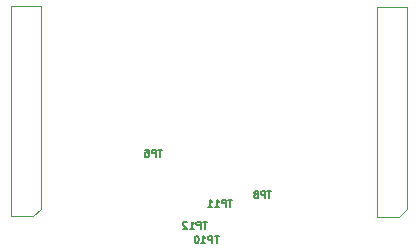
<source format=gbr>
G04 #@! TF.GenerationSoftware,KiCad,Pcbnew,(5.1.8)-1*
G04 #@! TF.CreationDate,2021-01-12T15:50:27+01:00*
G04 #@! TF.ProjectId,pcb-LR1110,7063622d-4c52-4313-9131-302e6b696361,1.1*
G04 #@! TF.SameCoordinates,PX8f0d180PY5f5e100*
G04 #@! TF.FileFunction,Other,Fab,Bot*
%FSLAX46Y46*%
G04 Gerber Fmt 4.6, Leading zero omitted, Abs format (unit mm)*
G04 Created by KiCad (PCBNEW (5.1.8)-1) date 2021-01-12 15:50:27*
%MOMM*%
%LPD*%
G01*
G04 APERTURE LIST*
%ADD10C,0.100000*%
%ADD11C,0.150000*%
%ADD12C,0.180000*%
G04 APERTURE END LIST*
D10*
X-16770000Y-8770000D02*
X-14865000Y-8770000D01*
X-14865000Y-8770000D02*
X-14230000Y-8135000D01*
X-14230000Y-8135000D02*
X-14230000Y9010000D01*
X-14230000Y9010000D02*
X-16770000Y9010000D01*
X-16770000Y9010000D02*
X-16770000Y-8770000D01*
X14230000Y8970000D02*
X14230000Y-8810000D01*
X16770000Y8970000D02*
X14230000Y8970000D01*
X16770000Y-8175000D02*
X16770000Y8970000D01*
X16135000Y-8810000D02*
X16770000Y-8175000D01*
X14230000Y-8810000D02*
X16135000Y-8810000D01*
D11*
X-3942858Y-3141428D02*
X-4285715Y-3141428D01*
X-4114286Y-3741428D02*
X-4114286Y-3141428D01*
X-4485715Y-3741428D02*
X-4485715Y-3141428D01*
X-4714286Y-3141428D01*
X-4771429Y-3170000D01*
X-4800000Y-3198571D01*
X-4828572Y-3255714D01*
X-4828572Y-3341428D01*
X-4800000Y-3398571D01*
X-4771429Y-3427142D01*
X-4714286Y-3455714D01*
X-4485715Y-3455714D01*
X-5342858Y-3141428D02*
X-5228572Y-3141428D01*
X-5171429Y-3170000D01*
X-5142858Y-3198571D01*
X-5085715Y-3284285D01*
X-5057143Y-3398571D01*
X-5057143Y-3627142D01*
X-5085715Y-3684285D01*
X-5114286Y-3712857D01*
X-5171429Y-3741428D01*
X-5285715Y-3741428D01*
X-5342858Y-3712857D01*
X-5371429Y-3684285D01*
X-5400000Y-3627142D01*
X-5400000Y-3484285D01*
X-5371429Y-3427142D01*
X-5342858Y-3398571D01*
X-5285715Y-3370000D01*
X-5171429Y-3370000D01*
X-5114286Y-3398571D01*
X-5085715Y-3427142D01*
X-5057143Y-3484285D01*
D12*
D11*
X5316142Y-6639428D02*
X4973285Y-6639428D01*
X5144714Y-7239428D02*
X5144714Y-6639428D01*
X4773285Y-7239428D02*
X4773285Y-6639428D01*
X4544714Y-6639428D01*
X4487571Y-6668000D01*
X4459000Y-6696571D01*
X4430428Y-6753714D01*
X4430428Y-6839428D01*
X4459000Y-6896571D01*
X4487571Y-6925142D01*
X4544714Y-6953714D01*
X4773285Y-6953714D01*
X4087571Y-6896571D02*
X4144714Y-6868000D01*
X4173285Y-6839428D01*
X4201857Y-6782285D01*
X4201857Y-6753714D01*
X4173285Y-6696571D01*
X4144714Y-6668000D01*
X4087571Y-6639428D01*
X3973285Y-6639428D01*
X3916142Y-6668000D01*
X3887571Y-6696571D01*
X3859000Y-6753714D01*
X3859000Y-6782285D01*
X3887571Y-6839428D01*
X3916142Y-6868000D01*
X3973285Y-6896571D01*
X4087571Y-6896571D01*
X4144714Y-6925142D01*
X4173285Y-6953714D01*
X4201857Y-7010857D01*
X4201857Y-7125142D01*
X4173285Y-7182285D01*
X4144714Y-7210857D01*
X4087571Y-7239428D01*
X3973285Y-7239428D01*
X3916142Y-7210857D01*
X3887571Y-7182285D01*
X3859000Y-7125142D01*
X3859000Y-7010857D01*
X3887571Y-6953714D01*
X3916142Y-6925142D01*
X3973285Y-6896571D01*
D12*
D11*
X842857Y-10446428D02*
X500000Y-10446428D01*
X671428Y-11046428D02*
X671428Y-10446428D01*
X300000Y-11046428D02*
X300000Y-10446428D01*
X71428Y-10446428D01*
X14285Y-10475000D01*
X-14286Y-10503571D01*
X-42858Y-10560714D01*
X-42858Y-10646428D01*
X-14286Y-10703571D01*
X14285Y-10732142D01*
X71428Y-10760714D01*
X300000Y-10760714D01*
X-614286Y-11046428D02*
X-271429Y-11046428D01*
X-442858Y-11046428D02*
X-442858Y-10446428D01*
X-385715Y-10532142D01*
X-328572Y-10589285D01*
X-271429Y-10617857D01*
X-985715Y-10446428D02*
X-1042858Y-10446428D01*
X-1100000Y-10475000D01*
X-1128572Y-10503571D01*
X-1157143Y-10560714D01*
X-1185715Y-10675000D01*
X-1185715Y-10817857D01*
X-1157143Y-10932142D01*
X-1128572Y-10989285D01*
X-1100000Y-11017857D01*
X-1042858Y-11046428D01*
X-985715Y-11046428D01*
X-928572Y-11017857D01*
X-900000Y-10989285D01*
X-871429Y-10932142D01*
X-842858Y-10817857D01*
X-842858Y-10675000D01*
X-871429Y-10560714D01*
X-900000Y-10503571D01*
X-928572Y-10475000D01*
X-985715Y-10446428D01*
D12*
D11*
X2010857Y-7369428D02*
X1668000Y-7369428D01*
X1839428Y-7969428D02*
X1839428Y-7369428D01*
X1468000Y-7969428D02*
X1468000Y-7369428D01*
X1239428Y-7369428D01*
X1182285Y-7398000D01*
X1153714Y-7426571D01*
X1125142Y-7483714D01*
X1125142Y-7569428D01*
X1153714Y-7626571D01*
X1182285Y-7655142D01*
X1239428Y-7683714D01*
X1468000Y-7683714D01*
X553714Y-7969428D02*
X896571Y-7969428D01*
X725142Y-7969428D02*
X725142Y-7369428D01*
X782285Y-7455142D01*
X839428Y-7512285D01*
X896571Y-7540857D01*
X-17715Y-7969428D02*
X325142Y-7969428D01*
X153714Y-7969428D02*
X153714Y-7369428D01*
X210857Y-7455142D01*
X268000Y-7512285D01*
X325142Y-7540857D01*
D12*
D11*
X-142143Y-9225428D02*
X-485000Y-9225428D01*
X-313572Y-9825428D02*
X-313572Y-9225428D01*
X-685000Y-9825428D02*
X-685000Y-9225428D01*
X-913572Y-9225428D01*
X-970715Y-9254000D01*
X-999286Y-9282571D01*
X-1027858Y-9339714D01*
X-1027858Y-9425428D01*
X-999286Y-9482571D01*
X-970715Y-9511142D01*
X-913572Y-9539714D01*
X-685000Y-9539714D01*
X-1599286Y-9825428D02*
X-1256429Y-9825428D01*
X-1427858Y-9825428D02*
X-1427858Y-9225428D01*
X-1370715Y-9311142D01*
X-1313572Y-9368285D01*
X-1256429Y-9396857D01*
X-1827858Y-9282571D02*
X-1856429Y-9254000D01*
X-1913572Y-9225428D01*
X-2056429Y-9225428D01*
X-2113572Y-9254000D01*
X-2142143Y-9282571D01*
X-2170715Y-9339714D01*
X-2170715Y-9396857D01*
X-2142143Y-9482571D01*
X-1799286Y-9825428D01*
X-2170715Y-9825428D01*
D12*
M02*

</source>
